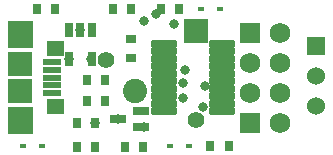
<source format=gts>
G04*
G04 #@! TF.GenerationSoftware,Altium Limited,Altium Designer,20.2.4 (192)*
G04*
G04 Layer_Color=8388736*
%FSLAX25Y25*%
%MOIN*%
G70*
G04*
G04 #@! TF.SameCoordinates,5D221C76-13CA-4EE4-81E9-8EB1FD8A002E*
G04*
G04*
G04 #@! TF.FilePolarity,Negative*
G04*
G01*
G75*
%ADD17R,0.02000X0.01400*%
%ADD18R,0.03000X0.03200*%
%ADD21R,0.03200X0.03000*%
G04:AMPARAMS|DCode=25|XSize=85.56mil|YSize=24.14mil|CornerRadius=4.81mil|HoleSize=0mil|Usage=FLASHONLY|Rotation=0.000|XOffset=0mil|YOffset=0mil|HoleType=Round|Shape=RoundedRectangle|*
%AMROUNDEDRECTD25*
21,1,0.08556,0.01453,0,0,0.0*
21,1,0.07595,0.02414,0,0,0.0*
1,1,0.00961,0.03797,-0.00726*
1,1,0.00961,-0.03797,-0.00726*
1,1,0.00961,-0.03797,0.00726*
1,1,0.00961,0.03797,0.00726*
%
%ADD25ROUNDEDRECTD25*%
%ADD26R,0.05400X0.02600*%
%ADD27R,0.02959X0.04731*%
%ADD28R,0.06115X0.02375*%
%ADD29R,0.08280X0.07887*%
%ADD30R,0.06800X0.06800*%
%ADD31C,0.06800*%
%ADD32C,0.05603*%
%ADD33C,0.08083*%
%ADD34R,0.08083X0.08083*%
%ADD35R,0.06000X0.06000*%
%ADD36C,0.06000*%
%ADD37C,0.04934*%
%ADD38O,0.08280X0.04540*%
%ADD39C,0.03200*%
G36*
X604134Y150149D02*
Y141102D01*
X595854D01*
Y150149D01*
X604134D01*
D02*
G37*
G36*
X614665Y152907D02*
Y147992D01*
X608955D01*
Y152907D01*
X614665D01*
D02*
G37*
G36*
X604134Y178901D02*
Y169843D01*
X595864D01*
Y178901D01*
X604134D01*
D02*
G37*
G36*
X614665Y172013D02*
Y167087D01*
X608956D01*
Y172013D01*
X614665D01*
D02*
G37*
D17*
X656150Y137086D02*
D03*
X649850D02*
D03*
X666486Y183000D02*
D03*
X660186D02*
D03*
X600848Y137106D02*
D03*
X607148D02*
D03*
D18*
X669436Y137086D02*
D03*
X663336D02*
D03*
X641036Y137000D02*
D03*
X634936D02*
D03*
X622100Y152059D02*
D03*
X628200D02*
D03*
X622064Y159200D02*
D03*
X628164D02*
D03*
X625036Y137000D02*
D03*
X618936D02*
D03*
X611664Y183000D02*
D03*
X605564D02*
D03*
X646836D02*
D03*
X652936D02*
D03*
X618900Y144692D02*
D03*
X625000D02*
D03*
X630836Y183000D02*
D03*
X636936D02*
D03*
D21*
Y166665D02*
D03*
Y172766D02*
D03*
D25*
X647854Y148789D02*
D03*
Y151289D02*
D03*
Y153789D02*
D03*
Y156289D02*
D03*
Y158789D02*
D03*
Y161289D02*
D03*
Y163789D02*
D03*
Y166289D02*
D03*
Y168789D02*
D03*
Y171289D02*
D03*
X667303D02*
D03*
Y168789D02*
D03*
Y166289D02*
D03*
Y163789D02*
D03*
Y161289D02*
D03*
Y158789D02*
D03*
Y156289D02*
D03*
Y153789D02*
D03*
Y151289D02*
D03*
Y148789D02*
D03*
D26*
X640100Y143600D02*
D03*
Y148800D02*
D03*
X632700Y146200D02*
D03*
D27*
X623740Y175724D02*
D03*
X620000D02*
D03*
X616260D02*
D03*
Y166276D02*
D03*
X623740D02*
D03*
D28*
X610532Y160000D02*
D03*
Y162559D02*
D03*
Y157441D02*
D03*
Y165118D02*
D03*
Y154882D02*
D03*
D29*
X600000Y164528D02*
D03*
Y155472D02*
D03*
D30*
X676500Y175000D02*
D03*
Y145000D02*
D03*
D31*
Y165000D02*
D03*
Y155000D02*
D03*
X686500Y175000D02*
D03*
Y165000D02*
D03*
Y155000D02*
D03*
Y145000D02*
D03*
D32*
X658458Y145685D02*
D03*
X628457Y165685D02*
D03*
D33*
X638142Y155370D02*
D03*
D34*
X658458Y175370D02*
D03*
D35*
X698700Y170528D02*
D03*
D36*
Y160528D02*
D03*
Y150528D02*
D03*
D37*
X611811Y169547D02*
D03*
Y150453D02*
D03*
D38*
X600000Y173829D02*
D03*
Y146171D02*
D03*
D39*
X661664Y157037D02*
D03*
X654823Y162500D02*
D03*
X654159Y158100D02*
D03*
Y153260D02*
D03*
X616260Y166276D02*
D03*
X625000Y144692D02*
D03*
X660928Y150220D02*
D03*
X641122Y143600D02*
D03*
X647854Y165250D02*
D03*
X623622Y166240D02*
D03*
X645177Y181299D02*
D03*
X651347Y177963D02*
D03*
X641050Y178900D02*
D03*
X632700Y146200D02*
D03*
X620000Y176000D02*
D03*
M02*

</source>
